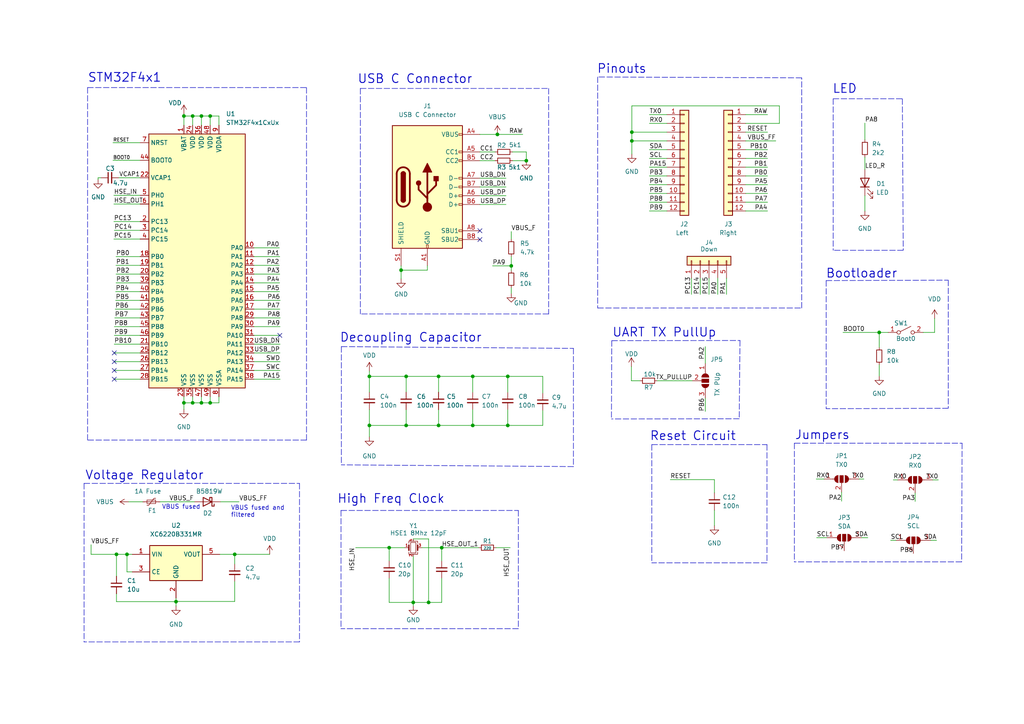
<source format=kicad_sch>
(kicad_sch (version 20211123) (generator eeschema)
  (paper "A4")
  (title_block (title "STeMCell") (date "2022-02-12") (rev "1.0.0"))
  (lib_symbols
    (symbol "Connector:USB_C_Receptacle_USB2.0" (pin_names (offset 1.016))
      (property "Reference" "J" (at -10.16 19.05 0))
      (property "Value" "USB_C_Receptacle_USB2.0" (at 19.05 19.05 0))
      (symbol "USB_C_Receptacle_USB2.0_0_0"
        (rectangle (start -0.254 -17.78) (end 0.254 -16.764))
        (rectangle (start 10.16 -14.986) (end 9.144 -15.494))
        (rectangle (start 10.16 -12.446) (end 9.144 -12.954))
        (rectangle (start 10.16 -4.826) (end 9.144 -5.334))
        (rectangle (start 10.16 -2.286) (end 9.144 -2.794))
        (rectangle (start 10.16 0.254) (end 9.144 -0.254))
        (rectangle (start 10.16 2.794) (end 9.144 2.286))
        (rectangle (start 10.16 7.874) (end 9.144 7.366))
        (rectangle (start 10.16 10.414) (end 9.144 9.906))
        (rectangle (start 10.16 15.494) (end 9.144 14.986))
      )
      (symbol "USB_C_Receptacle_USB2.0_0_1"
        (rectangle (start -10.16 17.78) (end 10.16 -17.78) (stroke (width 0.254)) (fill (type background)))
        (arc (start -8.89 -3.81) (mid -6.985 -5.715) (end -5.08 -3.81) (stroke (width 0.508)))
        (arc (start -7.62 -3.81) (mid -6.985 -4.445) (end -6.35 -3.81) (stroke (width 0.254)))
        (arc (start -7.62 -3.81) (mid -6.985 -4.445) (end -6.35 -3.81) (stroke (width 0.254)) (fill (type outline)))
        (rectangle (start -7.62 -3.81) (end -6.35 3.81) (stroke (width 0.254)) (fill (type outline)))
        (arc (start -6.35 3.81) (mid -6.985 4.445) (end -7.62 3.81) (stroke (width 0.254)))
        (arc (start -6.35 3.81) (mid -6.985 4.445) (end -7.62 3.81) (stroke (width 0.254)) (fill (type outline)))
        (arc (start -5.08 3.81) (mid -6.985 5.715) (end -8.89 3.81) (stroke (width 0.508)))
        (circle (center -2.54 1.143) (radius 0.635) (stroke (width 0.254)) (fill (type outline)))
        (circle (center 0 -5.842) (radius 1.27) (fill (type outline)))
        (polyline (pts (xy -8.89 -3.81) (xy -8.89 3.81)) (stroke (width 0.508)))
        (polyline (pts (xy -5.08 3.81) (xy -5.08 -3.81)) (stroke (width 0.508)))
        (polyline (pts (xy 0 -5.842) (xy 0 4.318)) (stroke (width 0.508)))
        (polyline (pts (xy 0 -3.302) (xy -2.54 -0.762) (xy -2.54 0.508)) (stroke (width 0.508)))
        (polyline (pts (xy 0 -2.032) (xy 2.54 0.508) (xy 2.54 1.778)) (stroke (width 0.508)))
        (polyline (pts (xy -1.27 4.318) (xy 0 6.858) (xy 1.27 4.318) (xy -1.27 4.318)) (stroke (width 0.254)) (fill (type outline)))
        (rectangle (start 1.905 1.778) (end 3.175 3.048) (stroke (width 0.254)) (fill (type outline)))
      )
      (symbol "USB_C_Receptacle_USB2.0_1_1"
        (pin passive line (at 0 -22.86 90) (length 5.08) (name "GND") (number "A1"))
        (pin passive line (at 0 -22.86 90) (length 5.08) hide (name "GND") (number "A12"))
        (pin passive line (at 15.24 15.24 180) (length 5.08) (name "VBUS") (number "A4"))
        (pin bidirectional line (at 15.24 10.16 180) (length 5.08) (name "CC1") (number "A5"))
        (pin bidirectional line (at 15.24 -2.54 180) (length 5.08) (name "D+") (number "A6"))
        (pin bidirectional line (at 15.24 2.54 180) (length 5.08) (name "D-") (number "A7"))
        (pin bidirectional line (at 15.24 -12.7 180) (length 5.08) (name "SBU1") (number "A8"))
        (pin passive line (at 15.24 15.24 180) (length 5.08) hide (name "VBUS") (number "A9"))
        (pin passive line (at 0 -22.86 90) (length 5.08) hide (name "GND") (number "B1"))
        (pin passive line (at 0 -22.86 90) (length 5.08) hide (name "GND") (number "B12"))
        (pin passive line (at 15.24 15.24 180) (length 5.08) hide (name "VBUS") (number "B4"))
        (pin bidirectional line (at 15.24 7.62 180) (length 5.08) (name "CC2") (number "B5"))
        (pin bidirectional line (at 15.24 -5.08 180) (length 5.08) (name "D+") (number "B6"))
        (pin bidirectional line (at 15.24 0 180) (length 5.08) (name "D-") (number "B7"))
        (pin bidirectional line (at 15.24 -15.24 180) (length 5.08) (name "SBU2") (number "B8"))
        (pin passive line (at 15.24 15.24 180) (length 5.08) hide (name "VBUS") (number "B9"))
        (pin passive line (at -7.62 -22.86 90) (length 5.08) (name "SHIELD") (number "S1"))
      )
    )
    (symbol "Connector_Generic:Conn_01x05" (pin_names (offset 1.016) hide)
      (property "Reference" "J" (at 0 7.62 0))
      (property "Value" "Conn_01x05" (at 0 -7.62 0))
      (symbol "Conn_01x05_1_1"
        (rectangle (start -1.27 -4.953) (end 0 -5.207) (stroke (width 0.1524)))
        (rectangle (start -1.27 -2.413) (end 0 -2.667) (stroke (width 0.1524)))
        (rectangle (start -1.27 0.127) (end 0 -0.127) (stroke (width 0.1524)))
        (rectangle (start -1.27 2.667) (end 0 2.413) (stroke (width 0.1524)))
        (rectangle (start -1.27 5.207) (end 0 4.953) (stroke (width 0.1524)))
        (rectangle (start -1.27 6.35) (end 1.27 -6.35) (stroke (width 0.254)) (fill (type background)))
        (pin passive line (at -5.08 5.08 0) (length 3.81) (name "Pin_1") (number "1"))
        (pin passive line (at -5.08 2.54 0) (length 3.81) (name "Pin_2") (number "2"))
        (pin passive line (at -5.08 0 0) (length 3.81) (name "Pin_3") (number "3"))
        (pin passive line (at -5.08 -2.54 0) (length 3.81) (name "Pin_4") (number "4"))
        (pin passive line (at -5.08 -5.08 0) (length 3.81) (name "Pin_5") (number "5"))
      )
    )
    (symbol "Connector_Generic:Conn_01x12" (pin_names (offset 1.016) hide)
      (property "Reference" "J" (at 0 15.24 0))
      (property "Value" "Conn_01x12" (at 0 -17.78 0))
      (symbol "Conn_01x12_1_1"
        (rectangle (start -1.27 -15.113) (end 0 -15.367) (stroke (width 0.1524)))
        (rectangle (start -1.27 -12.573) (end 0 -12.827) (stroke (width 0.1524)))
        (rectangle (start -1.27 -10.033) (end 0 -10.287) (stroke (width 0.1524)))
        (rectangle (start -1.27 -7.493) (end 0 -7.747) (stroke (width 0.1524)))
        (rectangle (start -1.27 -4.953) (end 0 -5.207) (stroke (width 0.1524)))
        (rectangle (start -1.27 -2.413) (end 0 -2.667) (stroke (width 0.1524)))
        (rectangle (start -1.27 0.127) (end 0 -0.127) (stroke (width 0.1524)))
        (rectangle (start -1.27 2.667) (end 0 2.413) (stroke (width 0.1524)))
        (rectangle (start -1.27 5.207) (end 0 4.953) (stroke (width 0.1524)))
        (rectangle (start -1.27 7.747) (end 0 7.493) (stroke (width 0.1524)))
        (rectangle (start -1.27 10.287) (end 0 10.033) (stroke (width 0.1524)))
        (rectangle (start -1.27 12.827) (end 0 12.573) (stroke (width 0.1524)))
        (rectangle (start -1.27 13.97) (end 1.27 -16.51) (stroke (width 0.254)) (fill (type background)))
        (pin passive line (at -5.08 12.7 0) (length 3.81) (name "Pin_1") (number "1"))
        (pin passive line (at -5.08 -10.16 0) (length 3.81) (name "Pin_10") (number "10"))
        (pin passive line (at -5.08 -12.7 0) (length 3.81) (name "Pin_11") (number "11"))
        (pin passive line (at -5.08 -15.24 0) (length 3.81) (name "Pin_12") (number "12"))
        (pin passive line (at -5.08 10.16 0) (length 3.81) (name "Pin_2") (number "2"))
        (pin passive line (at -5.08 7.62 0) (length 3.81) (name "Pin_3") (number "3"))
        (pin passive line (at -5.08 5.08 0) (length 3.81) (name "Pin_4") (number "4"))
        (pin passive line (at -5.08 2.54 0) (length 3.81) (name "Pin_5") (number "5"))
        (pin passive line (at -5.08 0 0) (length 3.81) (name "Pin_6") (number "6"))
        (pin passive line (at -5.08 -2.54 0) (length 3.81) (name "Pin_7") (number "7"))
        (pin passive line (at -5.08 -5.08 0) (length 3.81) (name "Pin_8") (number "8"))
        (pin passive line (at -5.08 -7.62 0) (length 3.81) (name "Pin_9") (number "9"))
      )
    )
    (symbol "Device:C_Small" (pin_numbers hide) (pin_names (offset 0.254) hide)
      (property "Reference" "C" (at 0.254 1.778 0))
      (property "Value" "C_Small" (at 0.254 -2.032 0))
      (symbol "C_Small_0_1"
        (polyline (pts (xy -1.524 -0.508) (xy 1.524 -0.508)) (stroke (width 0.3302)))
        (polyline (pts (xy -1.524 0.508) (xy 1.524 0.508)) (stroke (width 0.3048)))
      )
      (symbol "C_Small_1_1"
        (pin passive line (at 0 2.54 270) (length 2.032) (name "~") (number "1"))
        (pin passive line (at 0 -2.54 90) (length 2.032) (name "~") (number "2"))
      )
    )
    (symbol "Device:Crystal_GND24_Small" (pin_names (offset 1.016) hide)
      (property "Reference" "Y" (at 1.27 4.445 0))
      (property "Value" "Crystal_GND24_Small" (at 1.27 2.54 0))
      (symbol "Crystal_GND24_Small_0_1"
        (rectangle (start -0.762 -1.524) (end 0.762 1.524))
        (polyline (pts (xy -1.27 -0.762) (xy -1.27 0.762)) (stroke (width 0.381)))
        (polyline (pts (xy 1.27 -0.762) (xy 1.27 0.762)) (stroke (width 0.381)))
        (polyline (pts (xy -1.27 -1.27) (xy -1.27 -1.905) (xy 1.27 -1.905) (xy 1.27 -1.27)))
        (polyline (pts (xy -1.27 1.27) (xy -1.27 1.905) (xy 1.27 1.905) (xy 1.27 1.27)))
      )
      (symbol "Crystal_GND24_Small_1_1"
        (pin passive line (at -2.54 0 0) (length 1.27) (name "1") (number "1"))
        (pin passive line (at 0 -2.54 90) (length 0.635) (name "2") (number "2"))
        (pin passive line (at 2.54 0 180) (length 1.27) (name "3") (number "3"))
        (pin passive line (at 0 2.54 270) (length 0.635) (name "4") (number "4"))
      )
    )
    (symbol "Device:LED" (pin_numbers hide) (pin_names (offset 1.016) hide)
      (property "Reference" "D" (at 0 2.54 0))
      (property "Value" "LED" (at 0 -2.54 0))
      (symbol "LED_0_1"
        (polyline (pts (xy -1.27 -1.27) (xy -1.27 1.27)) (stroke (width 0.254)))
        (polyline (pts (xy -1.27 0) (xy 1.27 0)))
        (polyline (pts (xy 1.27 -1.27) (xy 1.27 1.27) (xy -1.27 0) (xy 1.27 -1.27)) (stroke (width 0.254)))
        (polyline (pts (xy -3.048 -0.762) (xy -4.572 -2.286) (xy -3.81 -2.286) (xy -4.572 -2.286) (xy -4.572 -1.524)))
        (polyline (pts (xy -1.778 -0.762) (xy -3.302 -2.286) (xy -2.54 -2.286) (xy -3.302 -2.286) (xy -3.302 -1.524)))
      )
      (symbol "LED_1_1"
        (pin passive line (at -3.81 0 0) (length 2.54) (name "K") (number "1"))
        (pin passive line (at 3.81 0 180) (length 2.54) (name "A") (number "2"))
      )
    )
    (symbol "Device:Polyfuse_Small" (pin_numbers hide) (pin_names (offset 0))
      (property "Reference" "F" (at -1.905 0 90))
      (property "Value" "Polyfuse_Small" (at 1.905 0 90))
      (symbol "Polyfuse_Small_0_1"
        (rectangle (start -0.508 1.27) (end 0.508 -1.27))
        (polyline (pts (xy 0 2.54) (xy 0 -2.54)))
        (polyline (pts (xy -1.016 1.27) (xy -1.016 0.762) (xy 1.016 -0.762) (xy 1.016 -1.27)))
      )
      (symbol "Polyfuse_Small_1_1"
        (pin passive line (at 0 2.54 270) (length 0.635) (name "~") (number "1"))
        (pin passive line (at 0 -2.54 90) (length 0.635) (name "~") (number "2"))
      )
    )
    (symbol "Device:R_Small" (pin_numbers hide) (pin_names (offset 0.254) hide)
      (property "Reference" "R" (at 0.762 0.508 0))
      (property "Value" "R_Small" (at 0.762 -1.016 0))
      (symbol "R_Small_0_1"
        (rectangle (start -0.762 1.778) (end 0.762 -1.778) (stroke (width 0.2032)))
      )
      (symbol "R_Small_1_1"
        (pin passive line (at 0 2.54 270) (length 0.762) (name "~") (number "1"))
        (pin passive line (at 0 -2.54 90) (length 0.762) (name "~") (number "2"))
      )
    )
    (symbol "Diode:1N5819" (pin_numbers hide) (pin_names (offset 1.016) hide)
      (property "Reference" "D" (at 0 2.54 0))
      (property "Value" "1N5819" (at 0 -2.54 0))
      (symbol "1N5819_0_1"
        (polyline (pts (xy 1.27 0) (xy -1.27 0)))
        (polyline (pts (xy 1.27 1.27) (xy 1.27 -1.27) (xy -1.27 0) (xy 1.27 1.27)) (stroke (width 0.254)))
        (polyline (pts (xy -1.905 0.635) (xy -1.905 1.27) (xy -1.27 1.27) (xy -1.27 -1.27) (xy -0.635 -1.27) (xy -0.635 -0.635)) (stroke (width 0.254)))
      )
      (symbol "1N5819_1_1"
        (pin passive line (at -3.81 0 0) (length 2.54) (name "K") (number "1"))
        (pin passive line (at 3.81 0 180) (length 2.54) (name "A") (number "2"))
      )
    )
    (symbol "Jumper:SolderJumper_3_Open" (pin_names (offset 0) hide)
      (property "Reference" "JP" (at -2.54 -2.54 0))
      (property "Value" "SolderJumper_3_Open" (at 0 2.794 0))
      (symbol "SolderJumper_3_Open_0_1"
        (arc (start -1.016 1.016) (mid -2.032 0) (end -1.016 -1.016))
        (arc (start -1.016 1.016) (mid -2.032 0) (end -1.016 -1.016) (fill (type outline)))
        (rectangle (start -0.508 1.016) (end 0.508 -1.016) (fill (type outline)))
        (polyline (pts (xy -2.54 0) (xy -2.032 0)))
        (polyline (pts (xy -1.016 1.016) (xy -1.016 -1.016)))
        (polyline (pts (xy 0 -1.27) (xy 0 -1.016)))
        (polyline (pts (xy 1.016 1.016) (xy 1.016 -1.016)))
        (polyline (pts (xy 2.54 0) (xy 2.032 0)))
        (arc (start 1.016 -1.016) (mid 2.032 0) (end 1.016 1.016))
        (arc (start 1.016 -1.016) (mid 2.032 0) (end 1.016 1.016) (fill (type outline)))
      )
      (symbol "SolderJumper_3_Open_1_1"
        (pin passive line (at -5.08 0 0) (length 2.54) (name "A") (number "1"))
        (pin input line (at 0 -3.81 90) (length 2.54) (name "C") (number "2"))
        (pin passive line (at 5.08 0 180) (length 2.54) (name "B") (number "3"))
      )
    )
    (symbol "MCU_ST_STM32F4:STM32F411CCUx"
      (property "Reference" "U" (at -15.24 36.83 0))
      (property "Value" "STM32F411CCUx" (at 7.62 36.83 0))
      (symbol "STM32F411CCUx_0_1"
        (rectangle (start -15.24 -38.1) (end 12.7 35.56) (stroke (width 0.254)) (fill (type background)))
      )
      (symbol "STM32F411CCUx_1_1"
        (pin power_in line (at -5.08 38.1 270) (length 2.54) (name "VBAT") (number "1"))
        (pin bidirectional line (at 15.24 2.54 180) (length 2.54) (name "PA0") (number "10"))
        (pin bidirectional line (at 15.24 0 180) (length 2.54) (name "PA1") (number "11"))
        (pin bidirectional line (at 15.24 -2.54 180) (length 2.54) (name "PA2") (number "12"))
        (pin bidirectional line (at 15.24 -5.08 180) (length 2.54) (name "PA3") (number "13"))
        (pin bidirectional line (at 15.24 -7.62 180) (length 2.54) (name "PA4") (number "14"))
        (pin bidirectional line (at 15.24 -10.16 180) (length 2.54) (name "PA5") (number "15"))
        (pin bidirectional line (at 15.24 -12.7 180) (length 2.54) (name "PA6") (number "16"))
        (pin bidirectional line (at 15.24 -15.24 180) (length 2.54) (name "PA7") (number "17"))
        (pin bidirectional line (at -17.78 0 0) (length 2.54) (name "PB0") (number "18"))
        (pin bidirectional line (at -17.78 -2.54 0) (length 2.54) (name "PB1") (number "19"))
        (pin bidirectional line (at -17.78 10.16 0) (length 2.54) (name "PC13") (number "2"))
        (pin bidirectional line (at -17.78 -5.08 0) (length 2.54) (name "PB2") (number "20"))
        (pin bidirectional line (at -17.78 -25.4 0) (length 2.54) (name "PB10") (number "21"))
        (pin power_in line (at -17.78 22.86 0) (length 2.54) (name "VCAP1") (number "22"))
        (pin power_in line (at -5.08 -40.64 90) (length 2.54) (name "VSS") (number "23"))
        (pin power_in line (at -2.54 38.1 270) (length 2.54) (name "VDD") (number "24"))
        (pin bidirectional line (at -17.78 -27.94 0) (length 2.54) (name "PB12") (number "25"))
        (pin bidirectional line (at -17.78 -30.48 0) (length 2.54) (name "PB13") (number "26"))
        (pin bidirectional line (at -17.78 -33.02 0) (length 2.54) (name "PB14") (number "27"))
        (pin bidirectional line (at -17.78 -35.56 0) (length 2.54) (name "PB15") (number "28"))
        (pin bidirectional line (at 15.24 -17.78 180) (length 2.54) (name "PA8") (number "29"))
        (pin bidirectional line (at -17.78 7.62 0) (length 2.54) (name "PC14") (number "3"))
        (pin bidirectional line (at 15.24 -20.32 180) (length 2.54) (name "PA9") (number "30"))
        (pin bidirectional line (at 15.24 -22.86 180) (length 2.54) (name "PA10") (number "31"))
        (pin bidirectional line (at 15.24 -25.4 180) (length 2.54) (name "PA11") (number "32"))
        (pin bidirectional line (at 15.24 -27.94 180) (length 2.54) (name "PA12") (number "33"))
        (pin bidirectional line (at 15.24 -30.48 180) (length 2.54) (name "PA13") (number "34"))
        (pin power_in line (at -2.54 -40.64 90) (length 2.54) (name "VSS") (number "35"))
        (pin power_in line (at 0 38.1 270) (length 2.54) (name "VDD") (number "36"))
        (pin bidirectional line (at 15.24 -33.02 180) (length 2.54) (name "PA14") (number "37"))
        (pin bidirectional line (at 15.24 -35.56 180) (length 2.54) (name "PA15") (number "38"))
        (pin bidirectional line (at -17.78 -7.62 0) (length 2.54) (name "PB3") (number "39"))
        (pin bidirectional line (at -17.78 5.08 0) (length 2.54) (name "PC15") (number "4"))
        (pin bidirectional line (at -17.78 -10.16 0) (length 2.54) (name "PB4") (number "40"))
        (pin bidirectional line (at -17.78 -12.7 0) (length 2.54) (name "PB5") (number "41"))
        (pin bidirectional line (at -17.78 -15.24 0) (length 2.54) (name "PB6") (number "42"))
        (pin bidirectional line (at -17.78 -17.78 0) (length 2.54) (name "PB7") (number "43"))
        (pin input line (at -17.78 27.94 0) (length 2.54) (name "BOOT0") (number "44"))
        (pin bidirectional line (at -17.78 -20.32 0) (length 2.54) (name "PB8") (number "45"))
        (pin bidirectional line (at -17.78 -22.86 0) (length 2.54) (name "PB9") (number "46"))
        (pin power_in line (at 0 -40.64 90) (length 2.54) (name "VSS") (number "47"))
        (pin power_in line (at 2.54 38.1 270) (length 2.54) (name "VDD") (number "48"))
        (pin power_in line (at 2.54 -40.64 90) (length 2.54) (name "VSS") (number "49"))
        (pin input line (at -17.78 17.78 0) (length 2.54) (name "PH0") (number "5"))
        (pin input line (at -17.78 15.24 0) (length 2.54) (name "PH1") (number "6"))
        (pin input line (at -17.78 33.02 0) (length 2.54) (name "NRST") (number "7"))
        (pin power_in line (at 5.08 -40.64 90) (length 2.54) (name "VSSA") (number "8"))
        (pin power_in line (at 5.08 38.1 270) (length 2.54) (name "VDDA") (number "9"))
      )
    )
    (symbol "Regulator_Linear:XC6220B331MR"
      (property "Reference" "U" (at 0 8.89 0))
      (property "Value" "XC6220B331MR" (at 0 6.35 0))
      (symbol "XC6220B331MR_0_1"
        (rectangle (start -7.62 5.08) (end 7.62 -5.08) (stroke (width 0.254)) (fill (type background)))
      )
      (symbol "XC6220B331MR_1_1"
        (pin power_in line (at -12.7 2.54 0) (length 5.08) (name "VIN") (number "1"))
        (pin power_in line (at 0 -10.16 90) (length 5.08) (name "GND") (number "2"))
        (pin input line (at -12.7 -2.54 0) (length 5.08) (name "CE") (number "3"))
        (pin no_connect line (at 12.7 -2.54 180) (length 5.08) hide (name "NC") (number "4"))
        (pin power_out line (at 12.7 2.54 180) (length 5.08) (name "VOUT") (number "5"))
      )
    )
    (symbol "Switch:SW_SPST" (pin_names (offset 0) hide)
      (property "Reference" "SW" (at 0 3.175 0))
      (property "Value" "SW_SPST" (at 0 -2.54 0))
      (symbol "SW_SPST_0_0"
        (circle (center -2.032 0) (radius 0.508))
        (polyline (pts (xy -1.524 0.254) (xy 1.524 1.778)))
        (circle (center 2.032 0) (radius 0.508))
      )
      (symbol "SW_SPST_1_1"
        (pin passive line (at -5.08 0 0) (length 2.54) (name "A") (number "1"))
        (pin passive line (at 5.08 0 180) (length 2.54) (name "B") (number "2"))
      )
    )
    (symbol "power:GND" (power) (pin_names (offset 0))
      (property "Value" "GND" (at 0 -3.81 0))
      (symbol "GND_0_1"
        (polyline (pts (xy 0 0) (xy 0 -1.27) (xy 1.27 -1.27) (xy 0 -2.54) (xy -1.27 -1.27) (xy 0 -1.27)))
      )
      (symbol "GND_1_1"
        (pin power_in line (at 0 0 270) (length 0) hide (name "GND") (number "1"))
      )
    )
    (symbol "power:VBUS" (power) (pin_names (offset 0))
      (property "Value" "VBUS" (at 0 3.81 0))
      (symbol "VBUS_0_1"
        (polyline (pts (xy -0.762 1.27) (xy 0 2.54)))
        (polyline (pts (xy 0 0) (xy 0 2.54)))
        (polyline (pts (xy 0 2.54) (xy 0.762 1.27)))
      )
      (symbol "VBUS_1_1"
        (pin power_in line (at 0 0 90) (length 0) hide (name "VBUS") (number "1"))
      )
    )
    (symbol "power:VDD" (power) (pin_names (offset 0))
      (property "Value" "VDD" (at 0 3.81 0))
      (symbol "VDD_0_1"
        (polyline (pts (xy -0.762 1.27) (xy 0 2.54)))
        (polyline (pts (xy 0 0) (xy 0 2.54)))
        (polyline (pts (xy 0 2.54) (xy 0.762 1.27)))
      )
      (symbol "VDD_1_1"
        (pin power_in line (at 0 0 90) (length 0) hide (name "VDD") (number "1"))
      )
    )
  )
  (junction (at 68.072 160.782))
  (junction (at 127.2032 123.3932))
  (junction (at 119.8626 174.7266))
  (junction (at 53.34 116.84))
  (junction (at 255.016 96.4184))
  (junction (at 148.2852 77.1144))
  (junction (at 116.332 78.359))
  (junction (at 124.3076 174.7266))
  (junction (at 137.1092 123.3932))
  (junction (at 117.8052 109.1692))
  (junction (at 137.1092 109.1692))
  (junction (at 144.272 38.989))
  (junction (at 55.88 33.655))
  (junction (at 117.8052 123.3932))
  (junction (at 51.054 174.498))
  (junction (at 183.261 40.8686))
  (junction (at 60.96 33.655))
  (junction (at 60.96 116.84))
  (junction (at 152.654 46.609))
  (junction (at 58.42 33.655))
  (junction (at 107.1372 123.3932))
  (junction (at 183.261 38.3286))
  (junction (at 128.1176 158.8516))
  (junction (at 147.2692 123.3932))
  (junction (at 58.42 116.84))
  (junction (at 53.34 33.655))
  (junction (at 55.88 116.84))
  (junction (at 147.2692 109.1692))
  (junction (at 36.83 160.782))
  (junction (at 112.8776 158.8516))
  (junction (at 33.782 160.782))
  (junction (at 107.1372 109.1692))
  (junction (at 127.2032 109.1692))
  (no_connect (at 33.147 107.442))
  (no_connect (at 139.192 66.929))
  (no_connect (at 139.192 69.469))
  (no_connect (at 81.153 97.282))
  (no_connect (at 33.147 109.982))
  (no_connect (at 33.147 104.902))
  (no_connect (at 33.147 102.362))
  (wire (pts (xy 226.06 30.7086) (xy 183.261 30.7086)))
  (polyline (pts (xy 150.3426 182.3466) (xy 98.9076 182.3466)))
  (wire (pts (xy 236.728 138.938) (xy 239.014 138.938)))
  (wire (pts (xy 250.8504 45.593) (xy 250.8504 49.149)))
  (wire (pts (xy 250.571 138.938) (xy 249.174 138.938)))
  (wire (pts (xy 46.4312 145.542) (xy 56.388 145.542)))
  (wire (pts (xy 137.1092 118.8212) (xy 137.1092 123.3932)))
  (polyline (pts (xy 88.9 25.4) (xy 88.9 127.635)))
  (wire (pts (xy 183.261 40.8686) (xy 193.421 40.8686)))
  (wire (pts (xy 216.281 40.8686) (xy 225.0186 40.8686)))
  (wire (pts (xy 271.653 156.718) (xy 270.002 156.718)))
  (wire (pts (xy 117.8052 109.1692) (xy 127.2032 109.1692)))
  (wire (pts (xy 116.332 77.089) (xy 116.332 78.359)))
  (wire (pts (xy 73.66 104.902) (xy 81.2546 104.902)))
  (wire (pts (xy 33.655 79.502) (xy 40.64 79.502)))
  (wire (pts (xy 33.782 160.782) (xy 36.83 160.782)))
  (wire (pts (xy 183.134 110.4392) (xy 185.5724 110.4392)))
  (wire (pts (xy 68.072 160.782) (xy 68.072 163.576)))
  (wire (pts (xy 157.4292 119.0752) (xy 157.4292 123.3932)))
  (wire (pts (xy 33.274 92.202) (xy 40.64 92.202)))
  (polyline (pts (xy 88.9 127.635) (xy 25.4 127.635)))
  (wire (pts (xy 73.66 71.882) (xy 81.026 71.882)))
  (wire (pts (xy 216.281 35.7886) (xy 226.06 35.7886)))
  (wire (pts (xy 147.2692 118.8212) (xy 147.2692 123.3932)))
  (wire (pts (xy 73.66 102.362) (xy 81.2038 102.362)))
  (wire (pts (xy 137.1092 123.3932) (xy 127.2032 123.3932)))
  (wire (pts (xy 216.281 45.9486) (xy 222.631 45.9486)))
  (wire (pts (xy 188.341 33.2486) (xy 193.421 33.2486)))
  (wire (pts (xy 32.766 41.402) (xy 40.64 41.402)))
  (polyline (pts (xy 189.0522 128.9558) (xy 189.0522 163.2458)))
  (wire (pts (xy 255.016 105.8164) (xy 255.016 109.0676)))
  (wire (pts (xy 143.9164 158.8516) (xy 147.9804 158.8516)))
  (wire (pts (xy 122.4026 158.8516) (xy 128.1176 158.8516)))
  (wire (pts (xy 143.5862 44.069) (xy 139.192 44.069)))
  (polyline (pts (xy 261.7216 28.6512) (xy 261.9756 72.5932)))
  (polyline (pts (xy 166.3192 101.0412) (xy 166.3192 135.3312)))
  (wire (pts (xy 58.42 33.655) (xy 58.42 36.322)))
  (wire (pts (xy 183.261 38.3286) (xy 183.261 40.8686)))
  (wire (pts (xy 60.96 115.062) (xy 60.96 116.84)))
  (wire (pts (xy 33.401 89.662) (xy 40.64 89.662)))
  (polyline (pts (xy 104.521 25.654) (xy 159.131 25.654)))
  (wire (pts (xy 216.281 43.4086) (xy 222.631 43.4086)))
  (wire (pts (xy 148.2852 67.1576) (xy 148.2852 69.342)))
  (wire (pts (xy 112.8776 167.7416) (xy 112.8776 174.7266)))
  (wire (pts (xy 73.66 94.742) (xy 81.2292 94.742)))
  (polyline (pts (xy 239.6236 81.3816) (xy 239.6236 118.5418)))
  (wire (pts (xy 139.192 38.989) (xy 144.272 38.989)))
  (wire (pts (xy 152.654 44.069) (xy 152.654 46.609)))
  (wire (pts (xy 124.3076 156.3116) (xy 124.3076 174.7266)))
  (wire (pts (xy 73.66 109.982) (xy 81.2546 109.982)))
  (polyline (pts (xy 177.4444 98.806) (xy 214.63 98.7552)))
  (wire (pts (xy 73.66 84.582) (xy 81.1022 84.582)))
  (wire (pts (xy 33.1216 99.822) (xy 40.64 99.822)))
  (wire (pts (xy 183.261 38.3286) (xy 193.421 38.3286)))
  (polyline (pts (xy 278.9174 162.9664) (xy 230.4034 162.9664)))
  (wire (pts (xy 112.8776 158.8516) (xy 117.3226 158.8516)))
  (wire (pts (xy 183.261 40.8686) (xy 183.261 44.6786)))
  (polyline (pts (xy 24.384 140.208) (xy 24.384 186.182)))
  (wire (pts (xy 55.88 33.655) (xy 58.42 33.655)))
  (wire (pts (xy 33.528 87.122) (xy 40.64 87.122)))
  (wire (pts (xy 190.6524 110.4392) (xy 200.7616 110.4392)))
  (wire (pts (xy 63.5 116.84) (xy 60.96 116.84)))
  (wire (pts (xy 33.147 66.802) (xy 40.64 66.802)))
  (wire (pts (xy 68.072 168.656) (xy 68.072 174.4472)))
  (wire (pts (xy 148.6662 44.069) (xy 152.654 44.069)))
  (wire (pts (xy 107.1372 118.8212) (xy 107.1372 123.3932)))
  (wire (pts (xy 216.281 61.1886) (xy 222.631 61.1886)))
  (wire (pts (xy 73.66 107.442) (xy 81.2546 107.442)))
  (wire (pts (xy 205.6384 80.6958) (xy 205.6384 85.3948)))
  (wire (pts (xy 123.952 77.089) (xy 123.952 78.359)))
  (wire (pts (xy 53.34 115.062) (xy 53.34 116.84)))
  (wire (pts (xy 53.34 33.655) (xy 55.88 33.655)))
  (wire (pts (xy 51.308 174.4472) (xy 51.054 174.498)))
  (wire (pts (xy 73.66 89.662) (xy 81.1784 89.662)))
  (polyline (pts (xy 159.131 91.059) (xy 104.521 91.059)))
  (wire (pts (xy 73.66 74.422) (xy 81.153 74.422)))
  (wire (pts (xy 73.66 92.202) (xy 81.28 92.202)))
  (wire (pts (xy 53.34 33.02) (xy 53.34 33.655)))
  (wire (pts (xy 112.8776 162.6616) (xy 112.8776 158.8516)))
  (wire (pts (xy 60.96 33.655) (xy 63.5 33.655)))
  (wire (pts (xy 63.5 36.322) (xy 63.5 33.655)))
  (wire (pts (xy 33.147 102.362) (xy 40.64 102.362)))
  (wire (pts (xy 107.1372 123.3932) (xy 107.1372 126.6952)))
  (wire (pts (xy 127.2032 109.1692) (xy 137.1092 109.1692)))
  (wire (pts (xy 216.281 48.4886) (xy 222.631 48.4886)))
  (polyline (pts (xy 25.4 25.4) (xy 88.9 25.4)))
  (wire (pts (xy 112.8776 174.7266) (xy 119.8626 174.7266)))
  (wire (pts (xy 124.3076 174.7266) (xy 128.1176 174.7266)))
  (wire (pts (xy 148.2852 74.422) (xy 148.2852 77.1144)))
  (wire (pts (xy 26.416 157.988) (xy 26.416 160.782)))
  (polyline (pts (xy 177.4444 98.806) (xy 177.3428 121.5136)))
  (polyline (pts (xy 222.4532 128.9558) (xy 222.4532 163.2458)))
  (wire (pts (xy 137.1092 113.7412) (xy 137.1092 109.1692)))
  (wire (pts (xy 203.0984 80.6958) (xy 203.0984 85.3948)))
  (wire (pts (xy 148.6662 46.609) (xy 152.654 46.609)))
  (wire (pts (xy 267.7668 96.4184) (xy 271.0688 96.4184)))
  (wire (pts (xy 139.192 51.689) (xy 146.7612 51.689)))
  (wire (pts (xy 53.34 33.655) (xy 53.34 36.322)))
  (wire (pts (xy 139.192 56.769) (xy 146.7612 56.769)))
  (wire (pts (xy 142.8496 77.1144) (xy 148.2852 77.1144)))
  (wire (pts (xy 33.147 107.442) (xy 40.64 107.442)))
  (wire (pts (xy 36.83 160.782) (xy 38.354 160.782)))
  (wire (pts (xy 204.5716 100.5332) (xy 204.5716 105.3592)))
  (wire (pts (xy 208.1784 80.6958) (xy 208.1784 85.3948)))
  (wire (pts (xy 188.341 45.9486) (xy 193.421 45.9486)))
  (polyline (pts (xy 173.355 22.3266) (xy 173.355 89.3318)))
  (wire (pts (xy 244.5004 96.4184) (xy 255.016 96.4184)))
  (polyline (pts (xy 239.6236 81.3816) (xy 275.0312 81.2546)))
  (wire (pts (xy 207.2132 139.1158) (xy 207.2132 142.9258)))
  (wire (pts (xy 183.261 30.7086) (xy 183.261 38.3286)))
  (polyline (pts (xy 230.4034 128.5494) (xy 230.4034 162.9664)))
  (wire (pts (xy 36.83 165.862) (xy 36.83 160.782)))
  (wire (pts (xy 216.281 53.5686) (xy 222.631 53.5686)))
  (wire (pts (xy 147.2692 123.3932) (xy 137.1092 123.3932)))
  (wire (pts (xy 40.64 69.342) (xy 33.02 69.342)))
  (wire (pts (xy 28.448 52.07) (xy 28.448 51.562)))
  (wire (pts (xy 188.341 43.4086) (xy 193.421 43.4086)))
  (wire (pts (xy 139.192 59.309) (xy 146.7612 59.309)))
  (wire (pts (xy 63.754 160.782) (xy 68.072 160.782)))
  (wire (pts (xy 216.281 33.2486) (xy 222.631 33.2486)))
  (wire (pts (xy 41.3512 145.542) (xy 37.338 145.542)))
  (wire (pts (xy 255.016 96.4184) (xy 255.016 100.7364)))
  (wire (pts (xy 33.528 84.582) (xy 40.64 84.582)))
  (wire (pts (xy 128.1176 158.8516) (xy 128.1176 162.6616)))
  (wire (pts (xy 183.134 106.3244) (xy 183.134 110.4392)))
  (polyline (pts (xy 99.0092 100.5332) (xy 99.0092 134.8232)))
  (wire (pts (xy 33.147 109.982) (xy 40.64 109.982)))
  (wire (pts (xy 128.1176 158.8516) (xy 138.8364 158.8516)))
  (wire (pts (xy 117.8052 123.3932) (xy 127.2032 123.3932)))
  (wire (pts (xy 188.341 51.0286) (xy 193.421 51.0286)))
  (wire (pts (xy 216.281 38.3286) (xy 222.631 38.3286)))
  (wire (pts (xy 119.8626 174.7266) (xy 124.3076 174.7266)))
  (wire (pts (xy 73.66 87.122) (xy 81.28 87.122)))
  (wire (pts (xy 216.281 58.6486) (xy 222.631 58.6486)))
  (wire (pts (xy 34.417 51.562) (xy 40.64 51.562)))
  (wire (pts (xy 119.8626 156.3116) (xy 124.3076 156.3116)))
  (polyline (pts (xy 279.0444 128.5494) (xy 278.9174 162.9664)))
  (wire (pts (xy 148.2852 85.09) (xy 148.2852 83.5152)))
  (wire (pts (xy 216.281 56.1086) (xy 222.631 56.1086)))
  (polyline (pts (xy 232.537 89.3318) (xy 232.537 22.5806)))
  (wire (pts (xy 58.42 33.655) (xy 60.96 33.655)))
  (wire (pts (xy 119.8626 175.7426) (xy 119.8626 174.7266)))
  (wire (pts (xy 258.318 156.718) (xy 259.842 156.718)))
  (polyline (pts (xy 261.9756 72.5932) (xy 241.6556 72.5932)))
  (wire (pts (xy 188.341 48.4886) (xy 193.421 48.4886)))
  (polyline (pts (xy 99.0092 100.5332) (xy 166.3192 101.0412)))
  (wire (pts (xy 107.1372 109.1692) (xy 107.1372 113.7412)))
  (wire (pts (xy 188.341 56.1086) (xy 193.421 56.1086)))
  (wire (pts (xy 127.2032 113.7412) (xy 127.2032 109.1692)))
  (wire (pts (xy 68.072 160.782) (xy 78.232 160.782)))
  (wire (pts (xy 204.5716 115.5192) (xy 204.5716 119.3292)))
  (wire (pts (xy 33.147 97.282) (xy 40.64 97.282)))
  (wire (pts (xy 40.64 59.182) (xy 33.02 59.182)))
  (polyline (pts (xy 241.6556 28.6512) (xy 261.7216 28.6512)))
  (polyline (pts (xy 241.6556 28.6512) (xy 241.6556 72.5932)))
  (wire (pts (xy 255.016 96.4184) (xy 257.6068 96.4184)))
  (wire (pts (xy 64.008 145.542) (xy 69.342 145.542)))
  (polyline (pts (xy 86.868 140.208) (xy 86.868 186.182)))
  (wire (pts (xy 265.43 145.4404) (xy 265.43 143.002)))
  (wire (pts (xy 63.5 115.062) (xy 63.5 116.84)))
  (wire (pts (xy 68.072 174.4472) (xy 51.308 174.4472)))
  (wire (pts (xy 33.655 74.422) (xy 40.64 74.422)))
  (wire (pts (xy 40.64 56.642) (xy 33.02 56.642)))
  (wire (pts (xy 58.42 115.062) (xy 58.42 116.84)))
  (wire (pts (xy 251.714 155.956) (xy 249.936 155.956)))
  (wire (pts (xy 55.88 116.84) (xy 53.34 116.84)))
  (wire (pts (xy 60.96 116.84) (xy 58.42 116.84)))
  (wire (pts (xy 236.855 155.956) (xy 239.776 155.956)))
  (wire (pts (xy 60.96 33.655) (xy 60.96 36.322)))
  (wire (pts (xy 73.66 82.042) (xy 81.1022 82.042)))
  (wire (pts (xy 271.0688 92.3798) (xy 271.0688 96.4184)))
  (polyline (pts (xy 214.4014 121.4628) (xy 177.3428 121.5136)))
  (wire (pts (xy 127.2032 118.8212) (xy 127.2032 123.3932)))
  (wire (pts (xy 207.2132 148.0058) (xy 207.2132 152.4508)))
  (wire (pts (xy 144.272 38.989) (xy 151.638 38.989)))
  (polyline (pts (xy 150.3426 148.0566) (xy 150.3426 182.3466)))
  (wire (pts (xy 73.66 99.822) (xy 81.2292 99.822)))
  (wire (pts (xy 216.281 51.0286) (xy 222.631 51.0286)))
  (polyline (pts (xy 98.9076 148.0566) (xy 98.9076 182.3466)))
  (wire (pts (xy 143.5862 46.609) (xy 139.192 46.609)))
  (polyline (pts (xy 166.3192 135.3312) (xy 99.0092 134.8232)))
  (wire (pts (xy 157.4292 109.1692) (xy 147.2692 109.1692)))
  (wire (pts (xy 117.8052 109.1692) (xy 107.1372 109.1692)))
  (polyline (pts (xy 189.0522 128.9558) (xy 222.4532 128.9558)))
  (wire (pts (xy 33.147 104.902) (xy 40.64 104.902)))
  (polyline (pts (xy 159.131 25.654) (xy 159.131 91.059)))
  (polyline (pts (xy 275.0312 81.2546) (xy 275.0312 118.4148)))
  (wire (pts (xy 117.8052 113.7412) (xy 117.8052 109.1692)))
  (wire (pts (xy 259.08 139.192) (xy 260.35 139.192)))
  (wire (pts (xy 188.341 35.7886) (xy 193.421 35.7886)))
  (polyline (pts (xy 86.868 186.182) (xy 24.384 186.182)))
  (wire (pts (xy 38.354 165.862) (xy 36.83 165.862)))
  (wire (pts (xy 188.341 61.1886) (xy 193.421 61.1886)))
  (polyline (pts (xy 214.63 98.7552) (xy 214.4014 121.4628)))
  (wire (pts (xy 188.341 53.5686) (xy 193.421 53.5686)))
  (polyline (pts (xy 232.537 22.5806) (xy 173.355 22.3266)))
  (polyline (pts (xy 98.9076 148.0566) (xy 150.3426 148.0566)))
  (wire (pts (xy 148.2852 77.1144) (xy 148.2852 78.4352)))
  (polyline (pts (xy 230.4034 128.5494) (xy 279.0444 128.5494)))
  (wire (pts (xy 210.7184 80.6958) (xy 210.7184 85.3948)))
  (wire (pts (xy 200.5584 80.6958) (xy 200.5584 85.3948)))
  (wire (pts (xy 250.8504 56.769) (xy 250.8504 61.214)))
  (wire (pts (xy 272.161 139.192) (xy 270.51 139.192)))
  (wire (pts (xy 147.2692 109.1692) (xy 147.2692 113.7412)))
  (wire (pts (xy 33.655 82.042) (xy 40.64 82.042)))
  (polyline (pts (xy 104.521 25.654) (xy 104.521 91.059)))
  (wire (pts (xy 55.88 115.062) (xy 55.88 116.84)))
  (wire (pts (xy 107.1372 107.6452) (xy 107.1372 109.1692)))
  (wire (pts (xy 33.782 160.782) (xy 33.782 167.132)))
  (wire (pts (xy 26.416 160.782) (xy 33.782 160.782)))
  (wire (pts (xy 33.782 172.212) (xy 33.782 174.498)))
  (wire (pts (xy 116.332 78.359) (xy 116.332 80.899)))
  (wire (pts (xy 73.66 79.502) (xy 81.153 79.502)))
  (wire (pts (xy 117.8052 123.3932) (xy 107.1372 123.3932)))
  (wire (pts (xy 116.332 78.359) (xy 123.952 78.359)))
  (wire (pts (xy 28.448 51.562) (xy 29.337 51.562)))
  (wire (pts (xy 226.06 35.7886) (xy 226.06 30.7086)))
  (polyline (pts (xy 24.384 140.208) (xy 86.868 140.208)))
  (wire (pts (xy 194.4116 139.1158) (xy 207.2132 139.1158)))
  (polyline (pts (xy 222.4532 163.2458) (xy 189.0522 163.2458)))
  (wire (pts (xy 250.8504 35.687) (xy 250.8504 40.513)))
  (wire (pts (xy 58.42 116.84) (xy 55.88 116.84)))
  (wire (pts (xy 55.88 36.322) (xy 55.88 33.655)))
  (wire (pts (xy 51.054 173.482) (xy 51.054 174.498)))
  (wire (pts (xy 128.1176 167.7416) (xy 128.1176 174.7266)))
  (wire (pts (xy 117.8052 118.8212) (xy 117.8052 123.3932)))
  (wire (pts (xy 73.66 76.962) (xy 81.026 76.962)))
  (wire (pts (xy 33.782 174.498) (xy 51.054 174.498)))
  (wire (pts (xy 53.34 116.84) (xy 53.34 118.745)))
  (wire (pts (xy 244.094 145.3642) (xy 244.094 142.748)))
  (wire (pts (xy 81.153 97.282) (xy 73.66 97.282)))
  (polyline (pts (xy 275.0312 118.4148) (xy 239.6236 118.5418)))
  (wire (pts (xy 139.192 54.229) (xy 146.7612 54.229)))
  (wire (pts (xy 188.341 58.6486) (xy 193.421 58.6486)))
  (wire (pts (xy 103.1494 158.8516) (xy 112.8776 158.8516)))
  (wire (pts (xy 157.4292 113.9952) (xy 157.4292 109.1692)))
  (wire (pts (xy 32.766 46.482) (xy 40.64 46.482)))
  (wire (pts (xy 33.147 94.742) (xy 40.64 94.742)))
  (wire (pts (xy 137.1092 109.1692) (xy 147.2692 109.1692)))
  (polyline (pts (xy 173.355 89.3318) (xy 232.537 89.3318)))
  (polyline (pts (xy 25.4 25.4) (xy 25.4 127.635)))
  (wire (pts (xy 157.4292 123.3932) (xy 147.2692 123.3932)))
  (wire (pts (xy 51.054 174.498) (xy 51.054 175.768)))
  (wire (pts (xy 119.8626 161.3916) (xy 119.8626 174.7266)))
  (wire (pts (xy 33.6296 76.962) (xy 40.64 76.962)))
  (wire (pts (xy 33.02 64.262) (xy 40.64 64.262)))
  (text "Jumpers\n" (at 230.4796 127.7874 0) (effects (font (size 2.54 2.54) (thickness 0.254) bold) (justify left bottom)))
  (text "Decoupling Capacitor\n" (at 98.5012 99.5172 0) (effects (font (size 2.54 2.54) (thickness 0.254) bold) (justify left bottom)))
  (text "STM32F4x1" (at 25.4 24.13 0) (effects (font (size 2.54 2.54) (thickness 0.254) bold) (justify left bottom)))
  (text "Reset Circuit" (at 188.4172 128.0668 0) (effects (font (size 2.54 2.54) (thickness 0.254) bold) (justify left bottom)))
  (text "VBUS fused" (at 46.9392 147.8788 0) (effects (font (size 1.27 1.27)) (justify left bottom)))
  (text "Voltage Regulator\n" (at 24.638 139.446 0) (effects (font (size 2.54 2.54) (thickness 0.254) bold) (justify left bottom)))
  (text "LED\n\n" (at 241.4016 31.4452 0) (effects (font (size 2.54 2.54) (thickness 0.254) bold) (justify left bottom)))
  (text "High Freq Clock\n" (at 97.7646 146.2786 0) (effects (font (size 2.54 2.54) (thickness 0.254) bold) (justify left bottom)))
  (text "Bootloader" (at 239.4712 80.9244 0) (effects (font (size 2.54 2.54) (thickness 0.254) bold) (justify left bottom)))
  (text "UART TX PullUp" (at 177.5206 98.044 0) (effects (font (size 2.54 2.54) (thickness 0.254) bold) (justify left bottom)))
  (text "USB C Connector" (at 103.632 24.511 0) (effects (font (size 2.54 2.54) (thickness 0.254) bold) (justify left bottom)))
  (text "VBUS fused and\nfiltered" (at 66.9544 150.2156 0) (effects (font (size 1.27 1.27)) (justify left bottom)))
  (text "Pinouts\n" (at 173.101 21.5646 0) (effects (font (size 2.54 2.54) (thickness 0.254) bold) (justify left bottom)))
  (label "HSE_IN" (at 33.02 56.642 0))
  (label "PB1" (at 222.631 48.4886 180))
  (label "PA2" (at 204.5716 100.5332 270))
  (label "LED_R" (at 250.8504 49.1236 0))
  (label "PB2" (at 222.631 45.9486 180))
  (label "PA4" (at 81.1022 82.042 180))
  (label "PA5" (at 81.1022 84.582 180))
  (label "USB_DN" (at 81.2292 99.822 180))
  (label "PB10" (at 33.1216 99.822 0))
  (label "PA0" (at 208.1784 85.3948 90))
  (label "PA9" (at 142.8496 77.1144 0))
  (label "SCL" (at 188.341 45.9486 0))
  (label "PC14" (at 33.147 66.802 0))
  (label "PC13" (at 200.5584 85.3948 90))
  (label "PC14" (at 203.0984 85.3948 90))
  (label "PB0" (at 222.631 51.0286 180))
  (label "HSE_OUT" (at 33.02 59.182 0))
  (label "PA0" (at 81.026 71.882 180))
  (label "SCL" (at 236.855 155.956 0))
  (label "PA8" (at 250.8504 35.687 0))
  (label "SDA" (at 271.653 156.718 180))
  (label "HSE_OUT" (at 147.9804 158.8516 270))
  (label "PA3" (at 81.153 79.502 180))
  (label "VBUS_FF" (at 69.342 145.542 0))
  (label "TX0" (at 188.341 33.2486 0))
  (label "USB_DP" (at 81.2038 102.362 180))
  (label "USB_DP" (at 146.7612 56.769 180))
  (label "PB1" (at 33.6296 76.962 0))
  (label "PB3" (at 188.341 51.0286 0))
  (label "PA15" (at 188.341 48.4886 0))
  (label "SCL" (at 258.318 156.718 0))
  (label "RAW" (at 151.638 38.989 180))
  (label "PB8" (at 188.341 58.6486 0))
  (label "RESET" (at 32.766 41.402 0) (effects (font (size 1 1))))
  (label "TX_PULLUP" (at 200.7616 110.4392 180))
  (label "VCAP1" (at 40.64 51.562 180))
  (label "PA2" (at 244.094 145.3642 180))
  (label "SWD" (at 81.2546 104.902 180))
  (label "PB4" (at 33.528 84.582 0))
  (label "PB6" (at 33.401 89.662 0))
  (label "BOOT0" (at 244.5004 96.4184 0))
  (label "PB8" (at 33.147 94.742 0))
  (label "PB5" (at 33.528 87.122 0))
  (label "PA9" (at 81.2292 94.742 180))
  (label "RESET" (at 222.631 38.3286 180))
  (label "VBUS_F" (at 148.2852 67.1576 0))
  (label "PB6" (at 204.5716 119.3292 90))
  (label "TX0" (at 250.571 138.938 180))
  (label "PC15" (at 205.6384 85.3948 90))
  (label "PA2" (at 81.026 76.962 180))
  (label "PB7" (at 244.856 159.766 180))
  (label "PA1" (at 210.7184 85.3948 90))
  (label "PB4" (at 188.341 53.5686 0))
  (label "PA8" (at 81.28 92.202 180))
  (label "VBUS_FF" (at 26.416 157.988 0))
  (label "HSE_OUT_1" (at 128.1176 158.8516 0))
  (label "SDA" (at 251.714 155.956 180))
  (label "PB3" (at 33.655 82.042 0))
  (label "BOOT0" (at 32.766 46.482 0) (effects (font (size 1 1))))
  (label "SDA" (at 188.341 43.4086 0))
  (label "PA6" (at 222.631 56.1086 180))
  (label "PC13" (at 33.02 64.262 0))
  (label "PB7" (at 33.274 92.202 0))
  (label "PB2" (at 33.655 79.502 0))
  (label "PB10" (at 222.631 43.4086 180))
  (label "PA3" (at 265.43 145.4404 180))
  (label "USB_DN" (at 146.7612 54.229 180))
  (label "RAW" (at 222.631 33.2486 180))
  (label "VBUS_F" (at 49.0728 145.542 0))
  (label "CC2" (at 139.192 46.609 0))
  (label "PA4" (at 222.631 61.1886 180))
  (label "CC1" (at 139.192 44.069 0))
  (label "PA6" (at 81.28 87.122 180))
  (label "HSE_IN" (at 103.1494 158.8516 270))
  (label "PB9" (at 188.341 61.1886 0))
  (label "RX0" (at 236.728 138.938 0))
  (label "USB_DP" (at 146.7612 59.309 180))
  (label "PA7" (at 81.1784 89.662 180))
  (label "USB_DN" (at 146.7612 51.689 180))
  (label "PC15" (at 33.02 69.342 0))
  (label "VBUS_FF" (at 225.0186 40.8686 180))
  (label "PB6" (at 264.922 160.528 180))
  (label "PA7" (at 222.631 58.6486 180))
  (label "PB5" (at 188.341 56.1086 0))
  (label "PA1" (at 81.153 74.422 180))
  (label "PB9" (at 33.147 97.282 0))
  (label "SWC" (at 81.2546 107.442 180))
  (label "PB0" (at 33.655 74.422 0))
  (label "RESET" (at 194.4116 139.1158 0))
  (label "RX0" (at 259.08 139.192 0))
  (label "RX0" (at 188.341 35.7886 0))
  (label "TX0" (at 272.161 139.192 180))
  (label "PA5" (at 222.631 53.5686 180))
  (label "PA15" (at 81.2546 109.982 180))
  (symbol (lib_id "power:GND") (at 116.332 80.899 0) (unit 1)
    (property "Reference" "#PWR0110" (effects hide))
    (property "Value" "GND" (at 116.332 85.344 0))
  )
  (symbol (lib_id "Device:C_Small") (at 68.072 166.116 0) (unit 1)
    (property "Reference" "C2" (at 71.12 164.8522 0) (effects (justify left)))
    (property "Value" "4.7u" (at 71.12 167.3922 0) (effects (justify left)))
    (property "Footprint" "Capacitor_SMD:C_0402_1005Metric" (effects hide))
    (property "LCSC" "C23733" (effects hide))
  )
  (symbol (lib_id "Device:C_Small") (at 128.1176 165.2016 0) (unit 1)
    (property "Reference" "C11" (at 130.6576 163.9316 0) (effects (justify left)))
    (property "Value" "20p" (at 130.6576 166.4716 0) (effects (justify left)))
    (property "Footprint" "Capacitor_SMD:C_0402_1005Metric" (effects hide))
    (property "LCSC" "C1554" (effects hide))
  )
  (symbol (lib_id "Device:R_Small") (at 255.016 103.2764 0) (unit 1)
    (property "Reference" "R8" (at 257.1496 102.0063 0) (effects (justify left)))
    (property "Value" "10k" (at 257.1496 104.5463 0) (effects (justify left)))
    (property "Footprint" "Resistor_SMD:R_0402_1005Metric" (effects hide))
    (property "LCSC" "C25744" (effects hide))
  )
  (symbol (lib_id "power:GND") (at 207.2132 152.4508 0) (unit 1)
    (property "Reference" "#PWR0117" (effects hide))
    (property "Value" "GND" (at 207.2132 157.5308 0))
  )
  (symbol (lib_id "power:GND") (at 119.8626 175.7426 0) (unit 1)
    (property "Reference" "#PWR0104" (effects hide))
    (property "Value" "GND" (at 119.8626 179.8066 0))
  )
  (symbol (lib_id "power:GND") (at 250.8504 61.214 0) (unit 1)
    (property "Reference" "#PWR0113" (effects hide))
    (property "Value" "GND" (at 250.8504 66.294 0))
  )
  (symbol (lib_id "power:VDD") (at 107.1372 107.6452 0) (unit 1)
    (property "Reference" "#PWR0108" (effects hide))
    (property "Value" "VDD" (at 107.1372 103.0732 0))
  )
  (symbol (lib_id "Device:C_Small") (at 207.2132 145.4658 0) (unit 1)
    (property "Reference" "C12" (at 209.55 144.202 0) (effects (justify left)))
    (property "Value" "100n" (at 209.55 146.742 0) (effects (justify left)))
    (property "Footprint" "Capacitor_SMD:C_0402_1005Metric" (effects hide))
    (property "LCSC" "C1525" (effects hide))
  )
  (symbol (lib_id "Device:Crystal_GND24_Small") (at 119.8626 158.8516 0) (unit 1)
    (property "Reference" "Y1" (at 119.9642 152.4762 0))
    (property "Value" "HSE1 8Mhz 12pF" (at 121.3866 154.6098 0))
    (property "Footprint" "Crystal:Crystal_SMD_3225-4Pin_3.2x2.5mm" (effects hide))
    (property "LCSC" "C2682775" (effects hide))
  )
  (symbol (lib_id "Connector_Generic:Conn_01x12") (at 198.501 45.9486 0) (unit 1)
    (property "Reference" "J2" (at 197.231 64.9986 0) (effects (justify left)))
    (property "Value" "Left" (at 195.961 67.5386 0) (effects (justify left)))
    (property "Footprint" "stemcell:Pins12_castellated" (effects hide))
  )
  (symbol (lib_id "Device:C_Small") (at 127.2032 116.2812 0) (unit 1)
    (property "Reference" "C5" (at 129.54 115.0174 0) (effects (justify left)))
    (property "Value" "100n" (at 129.54 117.5574 0) (effects (justify left)))
    (property "Footprint" "Capacitor_SMD:C_0402_1005Metric" (effects hide))
    (property "LCSC" "C1525" (effects hide))
  )
  (symbol (lib_id "Jumper:SolderJumper_3_Open") (at 244.094 138.938 0) (unit 1)
    (property "Reference" "JP1" (at 244.094 132.207 0))
    (property "Value" "TX0" (at 244.094 134.747 0))
    (property "Footprint" "stemcell:SOLDER_JUMPER_3_2_3" (effects hide))
  )
  (symbol (lib_id "power:GND") (at 107.1372 126.6952 0) (unit 1)
    (property "Reference" "#PWR0109" (effects hide))
    (property "Value" "GND" (at 107.1372 132.2832 0))
  )
  (symbol (lib_id "Connector_Generic:Conn_01x05") (at 205.6384 75.6158 90) (unit 1)
    (property "Reference" "J4" (at 205.6638 70.358 90))
    (property "Value" "Down" (at 205.6638 72.263 90))
    (property "Footprint" "stemcell:Pins5_castellated" (effects hide))
  )
  (symbol (lib_id "Device:C_Small") (at 147.2692 116.2812 0) (unit 1)
    (property "Reference" "C8" (at 150.3172 115.0174 0) (effects (justify left)))
    (property "Value" "100n" (at 150.3172 117.5574 0) (effects (justify left)))
    (property "Footprint" "Capacitor_SMD:C_0402_1005Metric" (effects hide))
    (property "LCSC" "C1525" (effects hide))
  )
  (symbol (lib_id "Device:Polyfuse_Small") (at 43.8912 145.542 90) (unit 1)
    (property "Reference" "F1" (at 44.1452 148.082 90))
    (property "Value" "1A Fuse" (at 42.8752 142.494 90))
    (property "Footprint" "Fuse:Fuse_0805_2012Metric" (effects hide))
    (property "LCSC" "C135329" (effects hide))
  )
  (symbol (lib_id "Device:R_Small") (at 141.3764 158.8516 90) (unit 1)
    (property "Reference" "R1" (at 141.3764 156.9466 90))
    (property "Value" "220" (at 141.3764 158.9786 90) (effects (font (size 0.75 0.75))))
    (property "Footprint" "Resistor_SMD:R_0402_1005Metric" (effects hide))
    (property "LCSC" "C25091" (effects hide))
  )
  (symbol (lib_id "Device:C_Small") (at 117.8052 116.2812 0) (unit 1)
    (property "Reference" "C6" (at 120.8532 115.0174 0) (effects (justify left)))
    (property "Value" "100n" (at 120.8532 117.5574 0) (effects (justify left)))
    (property "Footprint" "Capacitor_SMD:C_0402_1005Metric" (effects hide))
    (property "LCSC" "C1525" (effects hide))
  )
  (symbol (lib_id "Device:R_Small") (at 146.1262 46.609 90) (unit 1)
    (property "Reference" "R3" (at 145.4912 48.514 90))
    (property "Value" "5k1" (at 149.3012 48.514 90))
    (property "Footprint" "Resistor_SMD:R_0402_1005Metric" (effects hide))
    (property "LCSC" "C25905" (effects hide))
  )
  (symbol (lib_id "Device:C_Small") (at 112.8776 165.2016 0) (unit 1)
    (property "Reference" "C10" (at 115.4176 163.9316 0) (effects (justify left)))
    (property "Value" "20p" (at 115.4176 166.4716 0) (effects (justify left)))
    (property "Footprint" "Capacitor_SMD:C_0402_1005Metric" (effects hide))
    (property "LCSC" "C1554" (effects hide))
  )
  (symbol (lib_id "power:GND") (at 152.654 46.609 0) (unit 1)
    (property "Reference" "#PWR0111" (effects hide))
    (property "Value" "GND" (at 152.654 51.689 0))
  )
  (symbol (lib_id "power:VDD") (at 53.34 33.02 0) (unit 1)
    (property "Reference" "#PWR0102" (effects hide))
    (property "Value" "VDD" (at 50.8 29.845 0))
  )
  (symbol (lib_id "Device:C_Small") (at 33.782 169.672 0) (unit 1)
    (property "Reference" "C1" (at 36.83 168.4082 0) (effects (justify left)))
    (property "Value" "10u" (at 36.83 170.9482 0) (effects (justify left)))
    (property "Footprint" "Capacitor_SMD:C_0402_1005Metric" (effects hide))
    (property "LCSC" "C15525" (effects hide))
  )
  (symbol (lib_id "Device:C_Small") (at 137.1092 116.2812 0) (unit 1)
    (property "Reference" "C7" (at 139.7 115.0174 0) (effects (justify left)))
    (property "Value" "100n" (at 139.7 117.5574 0) (effects (justify left)))
    (property "Footprint" "Capacitor_SMD:C_0402_1005Metric" (effects hide))
    (property "LCSC" "C1525" (effects hide))
  )
  (symbol (lib_id "Jumper:SolderJumper_3_Open") (at 265.43 139.192 0) (unit 1)
    (property "Reference" "JP2" (at 265.43 132.461 0))
    (property "Value" "RX0" (at 265.43 135.001 0))
    (property "Footprint" "stemcell:SOLDER_JUMPER_3_1_2" (effects hide))
  )
  (symbol (lib_id "Device:R_Small") (at 188.1124 110.4392 90) (unit 1)
    (property "Reference" "R7" (at 189.484 112.3696 90) (effects (justify left)))
    (property "Value" "10k" (at 190.2968 108.5596 90) (effects (justify left)))
    (property "Footprint" "Resistor_SMD:R_0402_1005Metric" (effects hide))
    (property "LCSC" "C25744" (effects hide))
  )
  (symbol (lib_id "Device:C_Small") (at 157.4292 116.5352 0) (unit 1)
    (property "Reference" "C9" (at 160.02 115.2714 0) (effects (justify left)))
    (property "Value" "4.7u" (at 160.02 117.8114 0) (effects (justify left)))
    (property "Footprint" "Capacitor_SMD:C_0402_1005Metric" (effects hide))
    (property "LCSC" "C23733" (effects hide))
  )
  (symbol (lib_id "MCU_ST_STM32F4:STM32F411CCUx") (at 58.42 74.422 0) (unit 1)
    (property "Reference" "U1" (at 65.5194 33.02 0) (effects (justify left)))
    (property "Value" "STM32F4x1CxUx" (at 65.5194 35.56 0) (effects (justify left)))
    (property "Footprint" "Package_DFN_QFN:QFN-48-1EP_7x7mm_P0.5mm_EP5.6x5.6mm" (effects hide))
    (property "Datasheet" "http://www.st.com/st-web-ui/static/active/en/resource/technical/document/datasheet/DM00115249.pdf" (effects hide))
    (property "LCSC" "C60420" (effects hide))
  )
  (symbol (lib_id "Device:R_Small") (at 148.2852 80.9752 0) (unit 1)
    (property "Reference" "R6" (at 150.6728 79.7051 0) (effects (justify left)))
    (property "Value" "10k" (at 150.6728 82.2451 0) (effects (justify left)))
    (property "Footprint" "Resistor_SMD:R_0402_1005Metric" (effects hide))
    (property "LCSC" "C25744" (effects hide))
  )
  (symbol (lib_id "power:VBUS") (at 37.338 145.542 90) (unit 1)
    (property "Reference" "#PWR0107" (effects hide))
    (property "Value" "VBUS" (at 33.02 145.5419 90) (effects (justify left)))
  )
  (symbol (lib_id "Device:C_Small") (at 107.1372 116.2812 0) (unit 1)
    (property "Reference" "C4" (at 110.1852 115.0174 0) (effects (justify left)))
    (property "Value" "100n" (at 110.1852 117.5574 0) (effects (justify left)))
    (property "Footprint" "Capacitor_SMD:C_0402_1005Metric" (effects hide))
    (property "LCSC" "C1525" (effects hide))
  )
  (symbol (lib_id "Regulator_Linear:XC6220B331MR") (at 51.054 163.322 0) (unit 1)
    (property "Reference" "U2" (at 51.054 152.4 0))
    (property "Value" "XC6220B331MR" (at 51.054 154.94 0))
    (property "Footprint" "Package_TO_SOT_SMD:SOT-23-5" (effects hide))
    (property "Datasheet" "https://www.torexsemi.com/file/xc6220/XC6220.pdf" (effects hide))
    (property "LCSC" "C86534" (effects hide))
  )
  (symbol (lib_id "power:GND") (at 148.2852 85.09 0) (unit 1)
    (property "Reference" "#PWR02" (effects hide))
    (property "Value" "GND" (at 151.0792 87.884 0))
  )
  (symbol (lib_id "power:GND") (at 53.34 118.745 0) (unit 1)
    (property "Reference" "#PWR0103" (effects hide))
    (property "Value" "GND" (at 53.34 123.825 0))
  )
  (symbol (lib_id "Diode:1N5819") (at 60.198 145.542 180) (unit 1)
    (property "Reference" "D2" (at 60.198 148.844 0))
    (property "Value" "B5819W" (at 60.706 142.494 0))
    (property "Footprint" "Diode_SMD:D_SOD-123" (effects hide))
    (property "Datasheet" "http://www.vishay.com/docs/88525/1n5817.pdf" (effects hide))
    (property "LCSC" "C8598" (effects hide))
  )
  (symbol (lib_id "power:VDD") (at 78.232 160.782 0) (unit 1)
    (property "Reference" "#PWR0106" (effects hide))
    (property "Value" "VDD" (at 78.232 156.21 0))
  )
  (symbol (lib_id "Connector_Generic:Conn_01x12") (at 211.201 45.9486 0) (mirror y) (unit 1)
    (property "Reference" "J3" (at 212.471 64.9986 0) (effects (justify left)))
    (property "Value" "Right" (at 213.741 67.5386 0) (effects (justify left)))
    (property "Footprint" "stemcell:Pins12_castellated" (effects hide))
  )
  (symbol (lib_id "Connector:USB_C_Receptacle_USB2.0") (at 123.952 54.229 0) (unit 1)
    (property "Reference" "J1" (at 123.952 30.734 0))
    (property "Value" "USB C Connector" (at 123.952 33.274 0))
    (property "Footprint" "Connector_USB:USB_C_Receptacle_HRO_TYPE-C-31-M-12" (effects hide))
    (property "Datasheet" "https://www.usb.org/sites/default/files/documents/usb_type-c.zip" (effects hide))
    (property "LCSC" "C165948" (effects hide))
  )
  (symbol (lib_id "power:VBUS") (at 144.272 38.989 0) (unit 1)
    (property "Reference" "#PWR0112" (effects hide))
    (property "Value" "VBUS" (at 144.272 33.909 0))
  )
  (symbol (lib_id "Jumper:SolderJumper_3_Open") (at 264.922 156.718 0) (unit 1)
    (property "Reference" "JP4" (at 264.922 149.987 0))
    (property "Value" "SCL" (at 264.922 152.527 0))
    (property "Footprint" "stemcell:SOLDER_JUMPER_3_1_2" (effects hide))
  )
  (symbol (lib_id "power:VDD") (at 183.134 106.3244 0) (unit 1)
    (property "Reference" "#PWR0121" (effects hide))
    (property "Value" "VDD" (at 181.2544 102.6668 0) (effects (justify left)))
  )
  (symbol (lib_id "Device:R_Small") (at 250.8504 43.053 0) (unit 1)
    (property "Reference" "R4" (at 252.8824 41.7829 0) (effects (justify left)))
    (property "Value" "2k2" (at 252.8824 44.3229 0) (effects (justify left)))
    (property "Footprint" "Resistor_SMD:R_0402_1005Metric" (effects hide))
    (property "LCSC" "C25879" (effects hide))
  )
  (symbol (lib_id "power:VDD") (at 271.0688 92.3798 0) (unit 1)
    (property "Reference" "#PWR0120" (effects hide))
    (property "Value" "VDD" (at 271.0688 86.741 0))
  )
  (symbol (lib_id "power:GND") (at 255.016 109.0676 0) (unit 1)
    (property "Reference" "#PWR0116" (effects hide))
    (property "Value" "GND" (at 255.016 114.1476 0))
  )
  (symbol (lib_id "Device:R_Small") (at 146.1262 44.069 90) (unit 1)
    (property "Reference" "R2" (at 145.4912 42.164 90))
    (property "Value" "5k1" (at 149.4282 42.037 90))
    (property "Footprint" "Resistor_SMD:R_0402_1005Metric" (effects hide))
    (property "LCSC" "C25905" (effects hide))
  )
  (symbol (lib_id "power:GND") (at 183.261 44.6786 0) (unit 1)
    (property "Reference" "#PWR0118" (effects hide))
    (property "Value" "GND" (at 183.261 49.7586 0))
  )
  (symbol (lib_id "Device:LED") (at 250.8504 52.959 90) (unit 1)
    (property "Reference" "D1" (at 254.1524 53.2764 90) (effects (justify right)))
    (property "Value" "LED" (at 254.1524 55.8164 90) (effects (justify right)))
    (property "Footprint" "LED_SMD:LED_0402_1005Metric" (effects hide))
    (property "LCSC" "C130724" (effects hide))
  )
  (symbol (lib_id "Jumper:SolderJumper_3_Open") (at 244.856 155.956 0) (unit 1)
    (property "Reference" "JP3" (at 244.856 150.114 0))
    (property "Value" "SDA" (at 244.856 152.654 0))
    (property "Footprint" "stemcell:SOLDER_JUMPER_3_2_3" (effects hide))
  )
  (symbol (lib_id "power:GND") (at 51.054 175.768 0) (unit 1)
    (property "Reference" "#PWR0105" (effects hide))
    (property "Value" "GND" (at 51.054 181.102 0))
  )
  (symbol (lib_id "Device:R_Small") (at 148.2852 71.882 0) (unit 1)
    (property "Reference" "R5" (at 150.8252 70.6119 0) (effects (justify left)))
    (property "Value" "4.7k" (at 150.8252 73.1519 0) (effects (justify left)))
    (property "Footprint" "Resistor_SMD:R_0402_1005Metric" (effects hide))
    (property "LCSC" "C25900" (effects hide))
  )
  (symbol (lib_id "Switch:SW_SPST") (at 262.6868 96.4184 0) (unit 1)
    (property "Reference" "SW1" (at 261.366 93.726 0))
    (property "Value" "Boot0" (at 262.7376 98.1964 0))
    (property "Footprint" "Button_Switch_SMD:SW_SPST_CK_KXT3" (effects hide))
    (property "LCSC" "C319433" (effects hide))
  )
  (symbol (lib_id "Jumper:SolderJumper_3_Open") (at 204.5716 110.4392 270) (unit 1)
    (property "Reference" "JP5" (at 207.8736 104.2416 90))
    (property "Value" "TX PUp" (at 208.026 111.4552 0))
    (property "Footprint" "stemcell:SOLDER_JUMPER_3" (effects hide))
  )
  (symbol (lib_id "power:GND") (at 28.448 52.07 0) (unit 1)
    (property "Reference" "#PWR0101" (effects hide))
    (property "Value" "GND" (at 28.448 57.15 0))
  )
  (symbol (lib_id "Device:C_Small") (at 31.877 51.562 90) (unit 1)
    (property "Reference" "C3" (at 31.9532 48.8696 90))
    (property "Value" "4.7u" (at 34.925 53.086 90))
    (property "Footprint" "Capacitor_SMD:C_0402_1005Metric" (effects hide))
    (property "LCSC" "C23733" (effects hide))
  )
)
</source>
